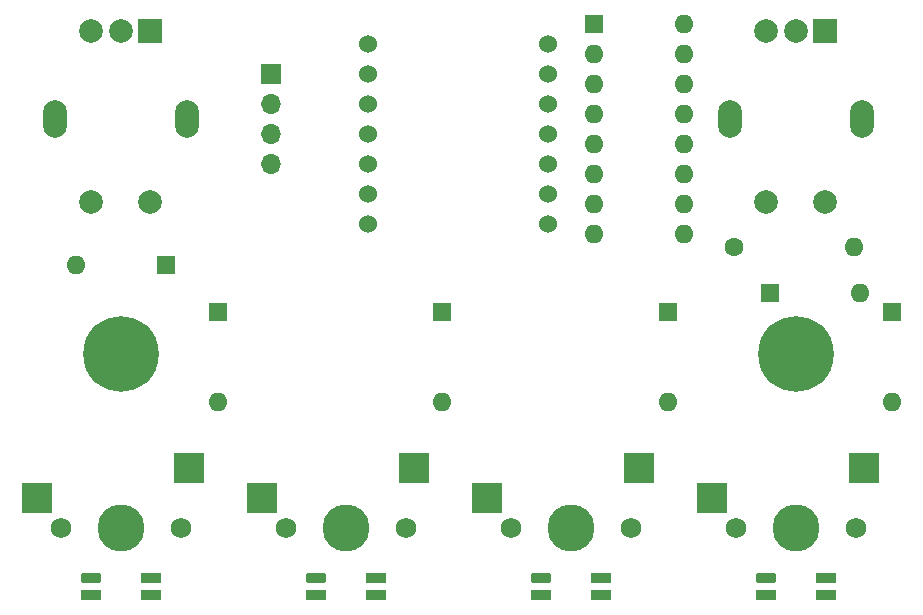
<source format=gbr>
%TF.GenerationSoftware,KiCad,Pcbnew,8.0.3*%
%TF.CreationDate,2024-10-21T20:57:23+02:00*%
%TF.ProjectId,trains_macropad,74726169-6e73-45f6-9d61-63726f706164,rev?*%
%TF.SameCoordinates,Original*%
%TF.FileFunction,Soldermask,Bot*%
%TF.FilePolarity,Negative*%
%FSLAX46Y46*%
G04 Gerber Fmt 4.6, Leading zero omitted, Abs format (unit mm)*
G04 Created by KiCad (PCBNEW 8.0.3) date 2024-10-21 20:57:23*
%MOMM*%
%LPD*%
G01*
G04 APERTURE LIST*
G04 Aperture macros list*
%AMRoundRect*
0 Rectangle with rounded corners*
0 $1 Rounding radius*
0 $2 $3 $4 $5 $6 $7 $8 $9 X,Y pos of 4 corners*
0 Add a 4 corners polygon primitive as box body*
4,1,4,$2,$3,$4,$5,$6,$7,$8,$9,$2,$3,0*
0 Add four circle primitives for the rounded corners*
1,1,$1+$1,$2,$3*
1,1,$1+$1,$4,$5*
1,1,$1+$1,$6,$7*
1,1,$1+$1,$8,$9*
0 Add four rect primitives between the rounded corners*
20,1,$1+$1,$2,$3,$4,$5,0*
20,1,$1+$1,$4,$5,$6,$7,0*
20,1,$1+$1,$6,$7,$8,$9,0*
20,1,$1+$1,$8,$9,$2,$3,0*%
G04 Aperture macros list end*
%ADD10C,0.800000*%
%ADD11C,6.400000*%
%ADD12C,1.524000*%
%ADD13R,1.600000X1.600000*%
%ADD14O,1.600000X1.600000*%
%ADD15O,2.000000X3.200000*%
%ADD16R,2.000000X2.000000*%
%ADD17C,2.000000*%
%ADD18R,2.550000X2.500000*%
%ADD19C,1.750000*%
%ADD20C,3.987800*%
%ADD21C,1.600000*%
%ADD22R,1.700000X1.700000*%
%ADD23O,1.700000X1.700000*%
%ADD24R,1.700000X0.820000*%
%ADD25RoundRect,0.205000X0.645000X0.205000X-0.645000X0.205000X-0.645000X-0.205000X0.645000X-0.205000X0*%
G04 APERTURE END LIST*
D10*
%TO.C,REF\u002A\u002A*%
X157200000Y-104400000D03*
X157902944Y-102702944D03*
X157902944Y-106097056D03*
X159600000Y-102000000D03*
D11*
X159600000Y-104400000D03*
D10*
X159600000Y-106800000D03*
X161297056Y-102702944D03*
X161297056Y-106097056D03*
X162000000Y-104400000D03*
%TD*%
%TO.C,REF\u002A\u002A*%
X100000000Y-104400000D03*
X100702944Y-102702944D03*
X100702944Y-106097056D03*
X102400000Y-102000000D03*
D11*
X102400000Y-104400000D03*
D10*
X102400000Y-106800000D03*
X104097056Y-102702944D03*
X104097056Y-106097056D03*
X104800000Y-104400000D03*
%TD*%
D12*
%TO.C,U1*%
X123355000Y-78098500D03*
X123355000Y-80638500D03*
X123355000Y-83178500D03*
X123355000Y-85718500D03*
X123355000Y-88258500D03*
X123355000Y-90798500D03*
X123355000Y-93338500D03*
X138595000Y-93338500D03*
X138595000Y-90798500D03*
X138595000Y-88258500D03*
X138595000Y-85718500D03*
X138595000Y-83178500D03*
X138595000Y-80638500D03*
X138595000Y-78098500D03*
%TD*%
D13*
%TO.C,D7*%
X157390000Y-99200000D03*
D14*
X165010000Y-99200000D03*
%TD*%
D15*
%TO.C,SW6*%
X165150000Y-84500000D03*
X153950000Y-84500000D03*
D16*
X162050000Y-77000000D03*
D17*
X157050000Y-77000000D03*
X159550000Y-77000000D03*
X157050000Y-91500000D03*
X162050000Y-91500000D03*
%TD*%
D18*
%TO.C,SW4*%
X152458750Y-116522500D03*
D19*
X154463750Y-119062500D03*
D20*
X159543750Y-119062500D03*
D19*
X164623750Y-119062500D03*
D18*
X165358750Y-113982500D03*
%TD*%
D13*
%TO.C,U2*%
X142480000Y-76400000D03*
D14*
X142480000Y-78940000D03*
X142480000Y-81480000D03*
X142480000Y-84020000D03*
X142480000Y-86560000D03*
X142480000Y-89100000D03*
X142480000Y-91640000D03*
X142480000Y-94180000D03*
X150100000Y-94180000D03*
X150100000Y-91640000D03*
X150100000Y-89100000D03*
X150100000Y-86560000D03*
X150100000Y-84020000D03*
X150100000Y-81480000D03*
X150100000Y-78940000D03*
X150100000Y-76400000D03*
%TD*%
D21*
%TO.C,R1*%
X154320000Y-95300000D03*
D14*
X164480000Y-95300000D03*
%TD*%
D13*
%TO.C,D5*%
X167700000Y-100790000D03*
D14*
X167700000Y-108410000D03*
%TD*%
D13*
%TO.C,D6*%
X106210000Y-96800000D03*
D14*
X98590000Y-96800000D03*
%TD*%
D13*
%TO.C,D3*%
X129600000Y-100790000D03*
D14*
X129600000Y-108410000D03*
%TD*%
D15*
%TO.C,SW5*%
X108000000Y-84500000D03*
X96800000Y-84500000D03*
D16*
X104900000Y-77000000D03*
D17*
X99900000Y-77000000D03*
X102400000Y-77000000D03*
X99900000Y-91500000D03*
X104900000Y-91500000D03*
%TD*%
D18*
%TO.C,SW2*%
X114358750Y-116522500D03*
D19*
X116363750Y-119062500D03*
D20*
X121443750Y-119062500D03*
D19*
X126523750Y-119062500D03*
D18*
X127258750Y-113982500D03*
%TD*%
%TO.C,SW1*%
X95308750Y-116522500D03*
D19*
X97313750Y-119062500D03*
D20*
X102393750Y-119062500D03*
D19*
X107473750Y-119062500D03*
D18*
X108208750Y-113982500D03*
%TD*%
D13*
%TO.C,D4*%
X148700000Y-100790000D03*
D14*
X148700000Y-108410000D03*
%TD*%
D22*
%TO.C,J1*%
X115125000Y-80700000D03*
D23*
X115125000Y-83240000D03*
X115125000Y-85780000D03*
X115125000Y-88320000D03*
%TD*%
D18*
%TO.C,SW3*%
X133408750Y-116522500D03*
D19*
X135413750Y-119062500D03*
D20*
X140493750Y-119062500D03*
D19*
X145573750Y-119062500D03*
D18*
X146308750Y-113982500D03*
%TD*%
D13*
%TO.C,D2*%
X110600000Y-100790000D03*
D14*
X110600000Y-108410000D03*
%TD*%
D24*
%TO.C,D1*%
X104943750Y-124812500D03*
X104943750Y-123312500D03*
D25*
X99843750Y-123312500D03*
D24*
X99843750Y-124812500D03*
%TD*%
%TO.C,D8*%
X123993750Y-124812500D03*
X123993750Y-123312500D03*
D25*
X118893750Y-123312500D03*
D24*
X118893750Y-124812500D03*
%TD*%
%TO.C,D9*%
X143043750Y-124812500D03*
X143043750Y-123312500D03*
D25*
X137943750Y-123312500D03*
D24*
X137943750Y-124812500D03*
%TD*%
%TO.C,D10*%
X162093750Y-124812500D03*
X162093750Y-123312500D03*
D25*
X156993750Y-123312500D03*
D24*
X156993750Y-124812500D03*
%TD*%
M02*

</source>
